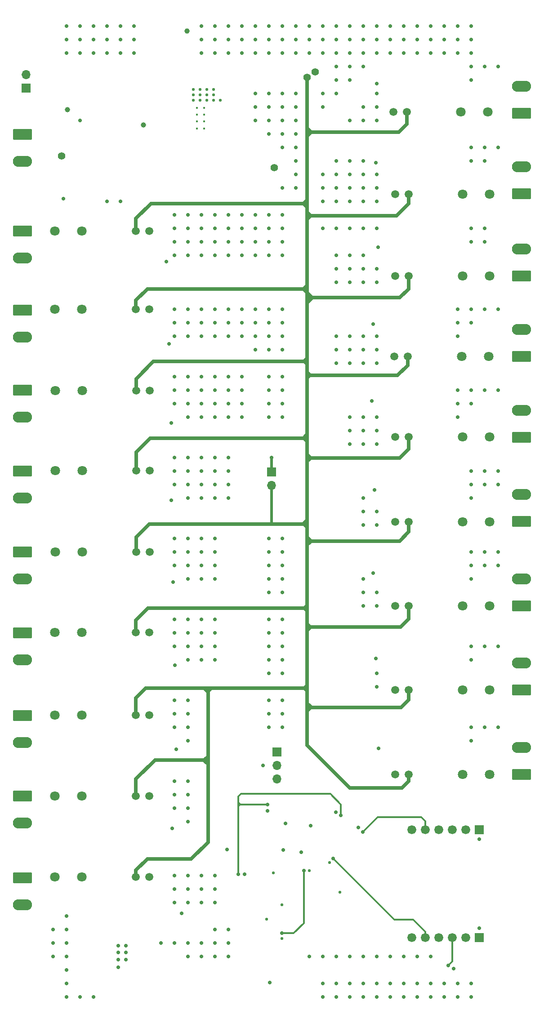
<source format=gbl>
G04 #@! TF.GenerationSoftware,KiCad,Pcbnew,(6.0.11)*
G04 #@! TF.CreationDate,2023-09-27T15:25:24-05:00*
G04 #@! TF.ProjectId,MB,4d422e6b-6963-4616-945f-706362585858,rev?*
G04 #@! TF.SameCoordinates,Original*
G04 #@! TF.FileFunction,Copper,L4,Bot*
G04 #@! TF.FilePolarity,Positive*
%FSLAX46Y46*%
G04 Gerber Fmt 4.6, Leading zero omitted, Abs format (unit mm)*
G04 Created by KiCad (PCBNEW (6.0.11)) date 2023-09-27 15:25:24*
%MOMM*%
%LPD*%
G01*
G04 APERTURE LIST*
G04 Aperture macros list*
%AMRoundRect*
0 Rectangle with rounded corners*
0 $1 Rounding radius*
0 $2 $3 $4 $5 $6 $7 $8 $9 X,Y pos of 4 corners*
0 Add a 4 corners polygon primitive as box body*
4,1,4,$2,$3,$4,$5,$6,$7,$8,$9,$2,$3,0*
0 Add four circle primitives for the rounded corners*
1,1,$1+$1,$2,$3*
1,1,$1+$1,$4,$5*
1,1,$1+$1,$6,$7*
1,1,$1+$1,$8,$9*
0 Add four rect primitives between the rounded corners*
20,1,$1+$1,$2,$3,$4,$5,0*
20,1,$1+$1,$4,$5,$6,$7,0*
20,1,$1+$1,$6,$7,$8,$9,0*
20,1,$1+$1,$8,$9,$2,$3,0*%
G04 Aperture macros list end*
G04 #@! TA.AperFunction,ComponentPad*
%ADD10C,1.500000*%
G04 #@! TD*
G04 #@! TA.AperFunction,ComponentPad*
%ADD11C,1.800000*%
G04 #@! TD*
G04 #@! TA.AperFunction,ComponentPad*
%ADD12RoundRect,0.249999X1.550001X-0.790001X1.550001X0.790001X-1.550001X0.790001X-1.550001X-0.790001X0*%
G04 #@! TD*
G04 #@! TA.AperFunction,ComponentPad*
%ADD13O,3.600000X2.080000*%
G04 #@! TD*
G04 #@! TA.AperFunction,ComponentPad*
%ADD14RoundRect,0.249999X-1.550001X0.790001X-1.550001X-0.790001X1.550001X-0.790001X1.550001X0.790001X0*%
G04 #@! TD*
G04 #@! TA.AperFunction,ComponentPad*
%ADD15R,1.680000X1.680000*%
G04 #@! TD*
G04 #@! TA.AperFunction,ComponentPad*
%ADD16C,1.680000*%
G04 #@! TD*
G04 #@! TA.AperFunction,ComponentPad*
%ADD17R,1.700000X1.700000*%
G04 #@! TD*
G04 #@! TA.AperFunction,ComponentPad*
%ADD18O,1.700000X1.700000*%
G04 #@! TD*
G04 #@! TA.AperFunction,ComponentPad*
%ADD19C,0.400000*%
G04 #@! TD*
G04 #@! TA.AperFunction,ViaPad*
%ADD20C,0.700000*%
G04 #@! TD*
G04 #@! TA.AperFunction,ViaPad*
%ADD21C,1.400000*%
G04 #@! TD*
G04 #@! TA.AperFunction,ViaPad*
%ADD22C,0.550000*%
G04 #@! TD*
G04 #@! TA.AperFunction,ViaPad*
%ADD23C,1.000000*%
G04 #@! TD*
G04 #@! TA.AperFunction,Conductor*
%ADD24C,0.500000*%
G04 #@! TD*
G04 #@! TA.AperFunction,Conductor*
%ADD25C,0.700000*%
G04 #@! TD*
G04 #@! TA.AperFunction,Conductor*
%ADD26C,0.300000*%
G04 #@! TD*
G04 APERTURE END LIST*
D10*
X114681000Y-167558800D03*
X112141000Y-167558800D03*
D11*
X101981000Y-167558800D03*
X96901000Y-167558800D03*
D12*
X184759600Y-115570000D03*
D13*
X184759600Y-110490000D03*
D10*
X160939800Y-162615800D03*
X163479800Y-162615800D03*
D11*
X173639800Y-162615800D03*
X178719800Y-162615800D03*
D14*
X90779600Y-183235600D03*
D13*
X90779600Y-188315600D03*
D10*
X160939800Y-85023000D03*
X163479800Y-85023000D03*
D11*
X173639800Y-85023000D03*
X178719800Y-85023000D03*
D14*
X90779600Y-213807000D03*
D13*
X90779600Y-218887000D03*
D12*
X184759600Y-84963000D03*
D13*
X184759600Y-79883000D03*
D12*
X184759600Y-146685000D03*
D13*
X184759600Y-141605000D03*
D10*
X114681000Y-91958200D03*
X112141000Y-91958200D03*
D11*
X101981000Y-91958200D03*
X96901000Y-91958200D03*
D10*
X114681000Y-106680000D03*
X112141000Y-106680000D03*
D11*
X101981000Y-106680000D03*
X96901000Y-106680000D03*
D12*
X184759600Y-162560000D03*
D13*
X184759600Y-157480000D03*
D14*
X90779600Y-152400000D03*
D13*
X90779600Y-157480000D03*
D10*
X160939800Y-100462000D03*
X163479800Y-100462000D03*
D11*
X173639800Y-100462000D03*
X178719800Y-100462000D03*
D10*
X160939800Y-194340400D03*
X163479800Y-194340400D03*
D11*
X173639800Y-194340400D03*
X178719800Y-194340400D03*
D12*
X184759600Y-194310000D03*
D13*
X184759600Y-189230000D03*
D10*
X114706400Y-152410200D03*
X112166400Y-152410200D03*
D11*
X102006400Y-152410200D03*
X96926400Y-152410200D03*
D10*
X160939800Y-130723600D03*
X163479800Y-130723600D03*
D11*
X173639800Y-130723600D03*
X178719800Y-130723600D03*
D12*
X184759600Y-69824400D03*
D13*
X184759600Y-64744400D03*
D10*
X160775200Y-115636000D03*
X163315200Y-115636000D03*
D11*
X173475200Y-115636000D03*
X178555200Y-115636000D03*
D12*
X184759600Y-100482400D03*
D13*
X184759600Y-95402400D03*
D15*
X176835000Y-204770000D03*
D16*
X174295000Y-204770000D03*
X171755000Y-204770000D03*
X169215000Y-204770000D03*
X166675000Y-204770000D03*
X164135000Y-204770000D03*
D15*
X176835000Y-225090000D03*
D16*
X174295000Y-225090000D03*
X171755000Y-225090000D03*
X169215000Y-225090000D03*
X166675000Y-225090000D03*
X164135000Y-225090000D03*
D10*
X160939800Y-178424800D03*
X163479800Y-178424800D03*
D11*
X173639800Y-178424800D03*
X178719800Y-178424800D03*
D14*
X90779600Y-137160000D03*
D13*
X90779600Y-142240000D03*
D10*
X114681000Y-183195000D03*
X112141000Y-183195000D03*
D11*
X101981000Y-183195000D03*
X96901000Y-183195000D03*
D10*
X114681000Y-213675000D03*
X112141000Y-213675000D03*
D11*
X101981000Y-213675000D03*
X96901000Y-213675000D03*
D17*
X138683600Y-190083200D03*
D18*
X138683600Y-192623200D03*
X138683600Y-195163200D03*
D10*
X114681000Y-198435000D03*
X112141000Y-198435000D03*
D11*
X101981000Y-198435000D03*
X96901000Y-198435000D03*
D10*
X160655000Y-69535000D03*
X163195000Y-69535000D03*
D11*
X173355000Y-69535000D03*
X178435000Y-69535000D03*
D19*
X123645400Y-70038200D03*
X123645400Y-72638200D03*
X123645400Y-68738200D03*
X124945400Y-70038200D03*
X124945400Y-72638200D03*
X124945400Y-68738200D03*
X123645400Y-71338200D03*
X124945400Y-71338200D03*
D17*
X137693400Y-137383600D03*
D18*
X137693400Y-139923600D03*
D14*
X90779600Y-91948000D03*
D13*
X90779600Y-97028000D03*
D14*
X90779600Y-106837400D03*
D13*
X90779600Y-111917400D03*
D14*
X90779600Y-121920000D03*
D13*
X90779600Y-127000000D03*
D14*
X90779600Y-198424800D03*
D13*
X90779600Y-203504800D03*
D14*
X90779600Y-167640000D03*
D13*
X90779600Y-172720000D03*
D10*
X114706400Y-122016600D03*
X112166400Y-122016600D03*
D11*
X102006400Y-122016600D03*
X96926400Y-122016600D03*
D10*
X160939800Y-146740800D03*
X163479800Y-146740800D03*
D11*
X173639800Y-146740800D03*
X178719800Y-146740800D03*
D14*
X90779600Y-73761600D03*
D13*
X90779600Y-78841600D03*
D12*
X184759600Y-130810000D03*
D13*
X184759600Y-125730000D03*
D17*
X91479600Y-65054400D03*
D18*
X91479600Y-62514400D03*
D12*
X184759600Y-178435000D03*
D13*
X184759600Y-173355000D03*
D10*
X114706400Y-137078800D03*
X112166400Y-137078800D03*
D11*
X102006400Y-137078800D03*
X96926400Y-137078800D03*
D20*
X110210600Y-229184200D03*
X110210600Y-227838000D03*
X175260000Y-236220000D03*
X175260000Y-233680000D03*
X172720000Y-233680000D03*
X172720000Y-236220000D03*
X170180000Y-236220000D03*
X170180000Y-233680000D03*
X167640000Y-233680000D03*
X167640000Y-236220000D03*
X165100000Y-236220000D03*
X165100000Y-233680000D03*
X162560000Y-233680000D03*
X160020000Y-236220000D03*
X160020000Y-233680000D03*
X162560000Y-236220000D03*
X157480000Y-236220000D03*
X157480000Y-233680000D03*
X154940000Y-233680000D03*
X154940000Y-236220000D03*
X152400000Y-236220000D03*
X149860000Y-236220000D03*
X147320000Y-236220000D03*
X149860000Y-233680000D03*
X152400000Y-233680000D03*
X147320000Y-233680000D03*
X167640000Y-228600000D03*
X165100000Y-228600000D03*
X162560000Y-228600000D03*
X160020000Y-228600000D03*
X157480000Y-228600000D03*
X154940000Y-228600000D03*
X152400000Y-228600000D03*
X149860000Y-228600000D03*
X147320000Y-228600000D03*
X144780000Y-228600000D03*
X96520000Y-228600000D03*
X96520000Y-226060000D03*
X99060000Y-220980000D03*
X104140000Y-236220000D03*
X101600000Y-236220000D03*
X99060000Y-236220000D03*
X99060000Y-233680000D03*
X99060000Y-231140000D03*
X99060000Y-228600000D03*
X99060000Y-226060000D03*
X99060000Y-223520000D03*
X96520000Y-223520000D03*
X129540000Y-223520000D03*
X127000000Y-223520000D03*
X121920000Y-228600000D03*
X124460000Y-228600000D03*
X127000000Y-228600000D03*
X129540000Y-228600000D03*
X129540000Y-226060000D03*
X127000000Y-226060000D03*
X124460000Y-226060000D03*
X121920000Y-226060000D03*
X119380000Y-226060000D03*
X116840000Y-226060000D03*
X119380000Y-218440000D03*
X127000000Y-218440000D03*
X124460000Y-218440000D03*
X121920000Y-218440000D03*
X119380000Y-215900000D03*
X121920000Y-215900000D03*
X124460000Y-215900000D03*
X127000000Y-215900000D03*
X127000000Y-213360000D03*
X124460000Y-213360000D03*
X121920000Y-213360000D03*
X119380000Y-213360000D03*
X121920000Y-203200000D03*
X121920000Y-200660000D03*
X119380000Y-200660000D03*
X119380000Y-198120000D03*
X121920000Y-198120000D03*
X119380000Y-195580000D03*
X121920000Y-195580000D03*
X119380000Y-182880000D03*
X119380000Y-185420000D03*
X121920000Y-187960000D03*
X121920000Y-185420000D03*
X121920000Y-182880000D03*
X121920000Y-180340000D03*
X119380000Y-180340000D03*
X119380000Y-170180000D03*
X119380000Y-167640000D03*
X121920000Y-172720000D03*
X121920000Y-170180000D03*
X121920000Y-167640000D03*
X124460000Y-167640000D03*
X124460000Y-170180000D03*
X124460000Y-172720000D03*
X127000000Y-172720000D03*
X127000000Y-170180000D03*
X127000000Y-167640000D03*
X127000000Y-165100000D03*
X124460000Y-165100000D03*
X121920000Y-165100000D03*
X119380000Y-165100000D03*
X139700000Y-180340000D03*
X139700000Y-182880000D03*
X139700000Y-185420000D03*
X137160000Y-185420000D03*
X137160000Y-182880000D03*
X137160000Y-180340000D03*
X139700000Y-175260000D03*
X139700000Y-172720000D03*
X139700000Y-170180000D03*
X139700000Y-165100000D03*
X139700000Y-167640000D03*
X137160000Y-167640000D03*
X137160000Y-175260000D03*
X137160000Y-172720000D03*
X137160000Y-170180000D03*
X137160000Y-165100000D03*
X139700000Y-160020000D03*
X139700000Y-157480000D03*
X139700000Y-154940000D03*
X139700000Y-152400000D03*
X139700000Y-149860000D03*
X137160000Y-160020000D03*
X137160000Y-157480000D03*
X137160000Y-154940000D03*
X137160000Y-152400000D03*
X137160000Y-149860000D03*
X119380000Y-154940000D03*
X119380000Y-152400000D03*
X121920000Y-157480000D03*
X121920000Y-154940000D03*
X121920000Y-152400000D03*
X124460000Y-152400000D03*
X124460000Y-154940000D03*
X124460000Y-157480000D03*
X127000000Y-157480000D03*
X127000000Y-154940000D03*
X127000000Y-152400000D03*
X127000000Y-149860000D03*
X124460000Y-149860000D03*
X121920000Y-149860000D03*
X119380000Y-149860000D03*
X121920000Y-142240000D03*
X124460000Y-142240000D03*
X129540000Y-142240000D03*
X127000000Y-142240000D03*
X127000000Y-139700000D03*
X129540000Y-139700000D03*
X129540000Y-137160000D03*
X127000000Y-137160000D03*
X124460000Y-137160000D03*
X124460000Y-139700000D03*
X119380000Y-139700000D03*
X121920000Y-139700000D03*
X121920000Y-137160000D03*
X119380000Y-137160000D03*
X119380000Y-134620000D03*
X121920000Y-134620000D03*
X124460000Y-134620000D03*
X127000000Y-134620000D03*
X129540000Y-134620000D03*
X121920000Y-127000000D03*
X124460000Y-127000000D03*
X124460000Y-124460000D03*
X124460000Y-121920000D03*
X121920000Y-121920000D03*
X121920000Y-124460000D03*
X119380000Y-124460000D03*
X119380000Y-121920000D03*
X119380000Y-119380000D03*
X121920000Y-119380000D03*
X124460000Y-119380000D03*
X127000000Y-119380000D03*
X127000000Y-121920000D03*
X127000000Y-124460000D03*
X127000000Y-127000000D03*
X129540000Y-127000000D03*
X129540000Y-124460000D03*
X129540000Y-121920000D03*
X129540000Y-119380000D03*
X132080000Y-119380000D03*
X132080000Y-121920000D03*
X132080000Y-124460000D03*
X132080000Y-127000000D03*
X139700000Y-119380000D03*
X139700000Y-121920000D03*
X139700000Y-124460000D03*
X139700000Y-127000000D03*
X137160000Y-127000000D03*
X137160000Y-124460000D03*
X137160000Y-121920000D03*
X137160000Y-119380000D03*
X157480000Y-175260000D03*
X157480000Y-177800000D03*
X180340000Y-185420000D03*
X177800000Y-185420000D03*
X175260000Y-187960000D03*
X175260000Y-185420000D03*
X175260000Y-172720000D03*
X177800000Y-170180000D03*
X180340000Y-170180000D03*
X175260000Y-170180000D03*
X154940000Y-157480000D03*
X157480000Y-160020000D03*
X157480000Y-162560000D03*
X154940000Y-162560000D03*
X154940000Y-160020000D03*
X175260000Y-157480000D03*
X177800000Y-154940000D03*
X180340000Y-152400000D03*
X180340000Y-154940000D03*
X177800000Y-152400000D03*
X175260000Y-152400000D03*
X175260000Y-154940000D03*
X154940000Y-142240000D03*
X157480000Y-144780000D03*
X157480000Y-147320000D03*
X154940000Y-147320000D03*
X154940000Y-144780000D03*
X157480000Y-132080000D03*
X157480000Y-129540000D03*
X157480000Y-127000000D03*
X154940000Y-127000000D03*
X154940000Y-129540000D03*
X154940000Y-132080000D03*
X152400000Y-132080000D03*
X152400000Y-129540000D03*
X152400000Y-127000000D03*
X154940000Y-114300000D03*
X154940000Y-116840000D03*
X157480000Y-116840000D03*
X157480000Y-114300000D03*
X157480000Y-111760000D03*
X154940000Y-111760000D03*
X149860000Y-111760000D03*
X149860000Y-114300000D03*
X149860000Y-116840000D03*
X152400000Y-116840000D03*
X152400000Y-114300000D03*
X152400000Y-111760000D03*
X175260000Y-142240000D03*
X175260000Y-139700000D03*
X177800000Y-139700000D03*
X180340000Y-139700000D03*
X180340000Y-137160000D03*
X177800000Y-137160000D03*
X175260000Y-137160000D03*
X175260000Y-124460000D03*
X180340000Y-121920000D03*
X177800000Y-121920000D03*
X175260000Y-121920000D03*
X172720000Y-121920000D03*
X172720000Y-124460000D03*
X172720000Y-127000000D03*
X172720000Y-111760000D03*
X172720000Y-109220000D03*
X175260000Y-106680000D03*
X175260000Y-109220000D03*
X180340000Y-106680000D03*
X177800000Y-106680000D03*
X172720000Y-106680000D03*
X175260000Y-91440000D03*
X177800000Y-91440000D03*
X177800000Y-93980000D03*
X175260000Y-93980000D03*
X124460000Y-111760000D03*
X121920000Y-111760000D03*
X119380000Y-111760000D03*
X119380000Y-109220000D03*
X121920000Y-109220000D03*
X124460000Y-109220000D03*
X127000000Y-109220000D03*
X127000000Y-111760000D03*
X129540000Y-111760000D03*
X129540000Y-109220000D03*
X132080000Y-109220000D03*
X132080000Y-111760000D03*
X134620000Y-114300000D03*
X134620000Y-111760000D03*
X134620000Y-109220000D03*
X137160000Y-109220000D03*
X137160000Y-111760000D03*
X137160000Y-114300000D03*
X139700000Y-114300000D03*
X139700000Y-111760000D03*
X139700000Y-109220000D03*
X139700000Y-106680000D03*
X137160000Y-106680000D03*
X134620000Y-106680000D03*
X129540000Y-106680000D03*
X132080000Y-106680000D03*
X124460000Y-106680000D03*
X127000000Y-106680000D03*
X121920000Y-106680000D03*
X119380000Y-106680000D03*
X157480000Y-99060000D03*
X157480000Y-101600000D03*
X154940000Y-101600000D03*
X154940000Y-99060000D03*
X152400000Y-99060000D03*
X152400000Y-101600000D03*
X149860000Y-101600000D03*
X149860000Y-99060000D03*
X149860000Y-96520000D03*
X152400000Y-96520000D03*
X154940000Y-96520000D03*
X157480000Y-91440000D03*
X154940000Y-91440000D03*
X152400000Y-91440000D03*
X149860000Y-91440000D03*
X147320000Y-91440000D03*
X149860000Y-78740000D03*
X152400000Y-78740000D03*
X154940000Y-78740000D03*
X147320000Y-86360000D03*
X147320000Y-83820000D03*
X149860000Y-83820000D03*
X149860000Y-86360000D03*
X152400000Y-86360000D03*
X152400000Y-83820000D03*
X154940000Y-83820000D03*
X154940000Y-86360000D03*
X157480000Y-86360000D03*
X157480000Y-83820000D03*
X157480000Y-81280000D03*
X154940000Y-81280000D03*
X152400000Y-81280000D03*
X149860000Y-81280000D03*
X147320000Y-81280000D03*
X180340000Y-76200000D03*
X177800000Y-78740000D03*
X177800000Y-76200000D03*
X175260000Y-78740000D03*
X175260000Y-76200000D03*
X157480000Y-66040000D03*
X157480000Y-68580000D03*
X157480000Y-71120000D03*
X152400000Y-71120000D03*
X154940000Y-71120000D03*
X154940000Y-68580000D03*
X119380000Y-96520000D03*
X119380000Y-93980000D03*
X119380000Y-91440000D03*
X119380000Y-88900000D03*
X121920000Y-88900000D03*
X121920000Y-91440000D03*
X121920000Y-93980000D03*
X121920000Y-96520000D03*
X124460000Y-96520000D03*
X124460000Y-93980000D03*
X124460000Y-91440000D03*
X124460000Y-88900000D03*
X127000000Y-88900000D03*
X127000000Y-91440000D03*
X127000000Y-93980000D03*
X127000000Y-96520000D03*
X129540000Y-96520000D03*
X129540000Y-93980000D03*
X129540000Y-91440000D03*
X129540000Y-88900000D03*
X132080000Y-88900000D03*
X132080000Y-91440000D03*
X132080000Y-93980000D03*
X132080000Y-96520000D03*
X134620000Y-96520000D03*
X134620000Y-93980000D03*
X134620000Y-91440000D03*
X134620000Y-88900000D03*
X137160000Y-88900000D03*
X137160000Y-91440000D03*
X137160000Y-93980000D03*
X137160000Y-96520000D03*
X139700000Y-96520000D03*
X139700000Y-93980000D03*
X139700000Y-91440000D03*
X139700000Y-88900000D03*
X147320000Y-68580000D03*
X147320000Y-66040000D03*
X106680000Y-86360000D03*
X109220000Y-86360000D03*
X101600000Y-71120000D03*
X142240000Y-76200000D03*
X142240000Y-78740000D03*
X142240000Y-81280000D03*
X142240000Y-83820000D03*
X139700000Y-83820000D03*
X139700000Y-76200000D03*
X142240000Y-73660000D03*
X139700000Y-73660000D03*
X137160000Y-73660000D03*
X137160000Y-71120000D03*
X134620000Y-71120000D03*
X134620000Y-68580000D03*
X137160000Y-68580000D03*
X139700000Y-68580000D03*
X139700000Y-71120000D03*
X142240000Y-71120000D03*
X142240000Y-68580000D03*
X142240000Y-66040000D03*
X137160000Y-66040000D03*
X139700000Y-66040000D03*
X134620000Y-66040000D03*
X180340000Y-60960000D03*
X177800000Y-60960000D03*
X175260000Y-63500000D03*
X175260000Y-60960000D03*
X154940000Y-60960000D03*
X149860000Y-66040000D03*
X149860000Y-63500000D03*
X152400000Y-63500000D03*
X152400000Y-60960000D03*
X149860000Y-60960000D03*
X172720000Y-55880000D03*
X170180000Y-55880000D03*
X167640000Y-55880000D03*
X165100000Y-55880000D03*
X162560000Y-55880000D03*
X160020000Y-55880000D03*
X157480000Y-55880000D03*
X154940000Y-55880000D03*
X152400000Y-55880000D03*
X149860000Y-55880000D03*
X144780000Y-55880000D03*
X147320000Y-55880000D03*
X147320000Y-53340000D03*
X144780000Y-53340000D03*
X149860000Y-53340000D03*
X152400000Y-53340000D03*
X154940000Y-53340000D03*
X157480000Y-53340000D03*
X160020000Y-53340000D03*
X162560000Y-53340000D03*
X165100000Y-53340000D03*
X167640000Y-53340000D03*
X170180000Y-53340000D03*
X172720000Y-53340000D03*
X175260000Y-53340000D03*
X175260000Y-55880000D03*
X175260000Y-58420000D03*
X172720000Y-58420000D03*
X170180000Y-58420000D03*
X167640000Y-58420000D03*
X165100000Y-58420000D03*
X162560000Y-58420000D03*
X160020000Y-58420000D03*
X157480000Y-58420000D03*
X154940000Y-58420000D03*
X152400000Y-58420000D03*
X149860000Y-58420000D03*
X147320000Y-58420000D03*
X144780000Y-58420000D03*
X142240000Y-58420000D03*
X139700000Y-58420000D03*
X137160000Y-58420000D03*
X124460000Y-58420000D03*
X127000000Y-58420000D03*
X129540000Y-58420000D03*
X132080000Y-58420000D03*
X134620000Y-58420000D03*
X134620000Y-55880000D03*
X129540000Y-55880000D03*
X124460000Y-55880000D03*
X127000000Y-55880000D03*
X132080000Y-55880000D03*
X137160000Y-55880000D03*
X139700000Y-55880000D03*
X139700000Y-53340000D03*
X142240000Y-53340000D03*
X142240000Y-55880000D03*
X137160000Y-53340000D03*
X134620000Y-53340000D03*
X132080000Y-53340000D03*
X129540000Y-53340000D03*
X127000000Y-53340000D03*
X124460000Y-53340000D03*
X111760000Y-53340000D03*
X109220000Y-53340000D03*
X106680000Y-53340000D03*
X104140000Y-53340000D03*
X101600000Y-53340000D03*
X99060000Y-53340000D03*
X99060000Y-58420000D03*
X101600000Y-58420000D03*
X104140000Y-58420000D03*
X106680000Y-58420000D03*
X109220000Y-58420000D03*
X111760000Y-58420000D03*
X111760000Y-55880000D03*
X109220000Y-55880000D03*
X106680000Y-55880000D03*
X104140000Y-55880000D03*
X101600000Y-55880000D03*
X99060000Y-55880000D03*
X145008600Y-204012800D03*
D21*
X138201400Y-80035400D03*
D20*
X108839000Y-227838000D03*
D22*
X126746000Y-66294000D03*
D20*
X154025600Y-204343000D03*
D22*
X122936000Y-67310000D03*
D20*
X157835600Y-189433200D03*
D23*
X113575600Y-72034400D03*
D20*
X156591000Y-123977400D03*
X156819600Y-156387800D03*
D22*
X122936000Y-65278000D03*
D20*
X139852400Y-208534000D03*
D22*
X122936000Y-66294000D03*
D20*
X118985800Y-204483200D03*
X137312400Y-233527600D03*
X108839000Y-229209600D03*
X149758400Y-201447400D03*
X157099000Y-140741400D03*
X157353000Y-79070200D03*
X157302200Y-172466000D03*
D22*
X148564600Y-210896200D03*
X144805400Y-212471000D03*
D20*
X118821200Y-128117600D03*
D22*
X139649200Y-218922600D03*
X125476000Y-65278000D03*
D20*
X108839000Y-226568000D03*
X176834800Y-206552800D03*
X176834800Y-223291400D03*
D23*
X121767600Y-54279800D03*
D20*
X119761000Y-189560200D03*
D22*
X128016000Y-67310000D03*
D20*
X132613400Y-213156800D03*
X117881400Y-97713800D03*
X118338600Y-113258600D03*
D22*
X150571200Y-216484200D03*
X126746000Y-67310000D03*
D20*
X137693400Y-134645400D03*
X157530800Y-64185800D03*
D22*
X136753600Y-221589600D03*
D23*
X99212400Y-69088000D03*
D22*
X126746000Y-65278000D03*
D21*
X145923000Y-62026800D03*
D20*
X156845000Y-109474000D03*
D22*
X124206000Y-66294000D03*
D20*
X136067800Y-192608200D03*
X98501200Y-85852000D03*
X157734000Y-94996000D03*
X129260600Y-208457800D03*
X108839000Y-230632000D03*
D22*
X139623800Y-225247200D03*
X138049000Y-212852000D03*
D20*
X118795800Y-142697200D03*
D22*
X124206000Y-67310000D03*
D21*
X98171000Y-77800200D03*
D20*
X143281400Y-208965800D03*
D22*
X124206000Y-65278000D03*
D20*
X136931400Y-201218800D03*
X120751600Y-220497400D03*
X171932600Y-230886000D03*
D22*
X125476000Y-67310000D03*
D20*
X119507000Y-173786800D03*
X110210600Y-226568000D03*
D22*
X125476000Y-66294000D03*
D20*
X119151400Y-158064200D03*
X140309600Y-203581000D03*
D21*
X144373600Y-63042800D03*
D20*
X136931400Y-200050400D03*
X143789400Y-212445600D03*
X139598400Y-224256600D03*
X131445000Y-213131400D03*
X150749000Y-202057000D03*
X170992800Y-230301800D03*
X154863800Y-205155800D03*
X149275800Y-210185000D03*
D24*
X137693400Y-137383600D02*
X137693400Y-134645400D01*
D25*
X145034000Y-181711600D02*
X145034000Y-181584600D01*
X144373600Y-166573200D02*
X144373600Y-167233600D01*
X143764000Y-130987800D02*
X144373600Y-131597400D01*
X143738600Y-147142200D02*
X143738600Y-147040600D01*
X125704600Y-178079400D02*
X125704600Y-178765200D01*
X112141000Y-105003600D02*
X112141000Y-106680000D01*
X144373600Y-116560600D02*
X144373600Y-117043200D01*
X144373600Y-74295000D02*
X144373600Y-85877400D01*
X144373600Y-162534600D02*
X144373600Y-163042600D01*
X145211800Y-104419400D02*
X144373600Y-103581200D01*
X143713200Y-102870000D02*
X144297400Y-102285800D01*
X144373600Y-118592600D02*
X144932400Y-119151400D01*
X112141000Y-212394800D02*
X112141000Y-213675000D01*
X145008600Y-134696200D02*
X144373600Y-135331200D01*
X144373600Y-135331200D02*
X144373600Y-135458200D01*
X144373600Y-119684800D02*
X144373600Y-130276600D01*
X144373600Y-177190400D02*
X144373600Y-178079400D01*
X145008600Y-119151400D02*
X144907000Y-119151400D01*
X144297400Y-102285800D02*
X144373600Y-102285800D01*
X125704600Y-191084200D02*
X125704600Y-191617600D01*
X112141000Y-89611200D02*
X112141000Y-91958200D01*
X144373600Y-181711600D02*
X144373600Y-182626000D01*
X144373600Y-178587400D02*
X144373600Y-180924200D01*
X144373600Y-163372800D02*
X144373600Y-165582600D01*
X124968000Y-178079400D02*
X125653800Y-178765200D01*
X144373600Y-134696200D02*
X144373600Y-135458200D01*
X144373600Y-104521000D02*
X144373600Y-105486200D01*
X125704600Y-192379600D02*
X125704600Y-207111600D01*
X112166400Y-133654800D02*
X112166400Y-137078800D01*
X143764000Y-130987800D02*
X114833400Y-130987800D01*
X144373600Y-73355200D02*
X144373600Y-74295000D01*
X163479800Y-180309200D02*
X163479800Y-178424800D01*
X112141000Y-195199000D02*
X112141000Y-198435000D01*
X112141000Y-165303200D02*
X112141000Y-167558800D01*
X143865600Y-163042600D02*
X144195800Y-163372800D01*
X143687800Y-86791800D02*
X114960400Y-86791800D01*
X144373600Y-89763600D02*
X144373600Y-89941400D01*
X143814800Y-163042600D02*
X114401600Y-163042600D01*
X126339600Y-178079400D02*
X126441200Y-178079400D01*
X145034000Y-89103200D02*
X144373600Y-88442800D01*
X163479800Y-102864600D02*
X163479800Y-100462000D01*
X144373600Y-63042800D02*
X144373600Y-72517000D01*
X125653800Y-178765200D02*
X125704600Y-178765200D01*
X144373600Y-178079400D02*
X143840200Y-178079400D01*
X163479800Y-148660800D02*
X163479800Y-146740800D01*
X124968000Y-178079400D02*
X113995200Y-178079400D01*
X115722400Y-191617600D02*
X112141000Y-195199000D01*
X144373600Y-181711600D02*
X145034000Y-181711600D01*
X125704600Y-191617600D02*
X125704600Y-192379600D01*
X145211800Y-104521000D02*
X145211800Y-104419400D01*
X144373600Y-131597400D02*
X144373600Y-133654800D01*
X163479800Y-86811800D02*
X163479800Y-85105200D01*
X144373600Y-73355200D02*
X145161000Y-73355200D01*
D24*
X137693400Y-139923600D02*
X137693400Y-147091400D01*
D25*
X144373600Y-177546000D02*
X144373600Y-177190400D01*
X144373600Y-178079400D02*
X144373600Y-178587400D01*
X145034000Y-89103200D02*
X144373600Y-89763600D01*
X143687800Y-86791800D02*
X144373600Y-87477600D01*
X144907000Y-119151400D02*
X144373600Y-119684800D01*
X144373600Y-150368000D02*
X145110200Y-150368000D01*
X163315200Y-117253200D02*
X163315200Y-115636000D01*
X144373600Y-119151400D02*
X145008600Y-119151400D01*
X114401600Y-163042600D02*
X112141000Y-165303200D01*
X144957800Y-166573200D02*
X144957800Y-166649400D01*
X113995200Y-178079400D02*
X112141000Y-179933600D01*
X145211800Y-104648000D02*
X144373600Y-105486200D01*
X143840200Y-178079400D02*
X144373600Y-177546000D01*
X143764000Y-130987800D02*
X143764000Y-130886200D01*
X144373600Y-74142600D02*
X144373600Y-74295000D01*
X144373600Y-163042600D02*
X143814800Y-163042600D01*
X144373600Y-182372000D02*
X144373600Y-182626000D01*
X143764000Y-116560600D02*
X143891000Y-116560600D01*
X144221200Y-116103400D02*
X144373600Y-116103400D01*
X144373600Y-150368000D02*
X144373600Y-151003000D01*
X144373600Y-116103400D02*
X144373600Y-116560600D01*
X144373600Y-130276600D02*
X144373600Y-130987800D01*
X144373600Y-151003000D02*
X144373600Y-162534600D01*
X122555000Y-210261200D02*
X114274600Y-210261200D01*
X145008600Y-119151400D02*
X161417000Y-119151400D01*
X161417000Y-119151400D02*
X163315200Y-117253200D01*
X144373600Y-147142200D02*
X143738600Y-147142200D01*
X145034000Y-181711600D02*
X144373600Y-182372000D01*
X144475200Y-151003000D02*
X144373600Y-151003000D01*
X114630200Y-147142200D02*
X112166400Y-149606000D01*
X114274600Y-210261200D02*
X112141000Y-212394800D01*
X145110200Y-150368000D02*
X144475200Y-151003000D01*
X161645600Y-73355200D02*
X163195000Y-71805800D01*
X144373600Y-130987800D02*
X143764000Y-130987800D01*
X143738600Y-147040600D02*
X144373600Y-146405600D01*
X145034000Y-181584600D02*
X144373600Y-180924200D01*
X125704600Y-178765200D02*
X125704600Y-191084200D01*
X143840200Y-178079400D02*
X143865600Y-178079400D01*
X114833400Y-130987800D02*
X112166400Y-133654800D01*
X145110200Y-150368000D02*
X161772600Y-150368000D01*
X144373600Y-102870000D02*
X143713200Y-102870000D01*
X143687800Y-86791800D02*
X144373600Y-86106000D01*
X163195000Y-71805800D02*
X163195000Y-69535000D01*
X144373600Y-72567800D02*
X144373600Y-72517000D01*
X125704600Y-191617600D02*
X125018800Y-191617600D01*
X125018800Y-191617600D02*
X115722400Y-191617600D01*
X145161000Y-73355200D02*
X144373600Y-74142600D01*
X144957800Y-166573200D02*
X161950400Y-166573200D01*
X143764000Y-116560600D02*
X115443000Y-116560600D01*
X125018800Y-191617600D02*
X125018800Y-191693800D01*
X144373600Y-133654800D02*
X144373600Y-134061200D01*
X144373600Y-119151400D02*
X144373600Y-119684800D01*
X161772600Y-150368000D02*
X163479800Y-148660800D01*
X145211800Y-104521000D02*
X161823400Y-104521000D01*
X143713200Y-102870000D02*
X143713200Y-102920800D01*
X143814800Y-163042600D02*
X143865600Y-163042600D01*
X125704600Y-178079400D02*
X124968000Y-178079400D01*
X125653800Y-178765200D02*
X126339600Y-178079400D01*
X144373600Y-147777200D02*
X144373600Y-147802600D01*
X143891000Y-116560600D02*
X144373600Y-117043200D01*
X144373600Y-134061200D02*
X145008600Y-134696200D01*
X144373600Y-102870000D02*
X144373600Y-103581200D01*
X144373600Y-86791800D02*
X144373600Y-87503000D01*
X143764000Y-130886200D02*
X144373600Y-130276600D01*
X144373600Y-86791800D02*
X143687800Y-86791800D01*
X144373600Y-117043200D02*
X144373600Y-118592600D01*
X114960400Y-86791800D02*
X112141000Y-89611200D01*
X114274600Y-102870000D02*
X112141000Y-105003600D01*
X161950400Y-166573200D02*
X163479800Y-165043800D01*
X162077400Y-181711600D02*
X163479800Y-180309200D01*
X145161000Y-73355200D02*
X161645600Y-73355200D01*
X144399000Y-149656800D02*
X144373600Y-149656800D01*
X163479800Y-195625400D02*
X163479800Y-194340400D01*
X143865600Y-163042600D02*
X144373600Y-162534600D01*
X145034000Y-89103200D02*
X161188400Y-89103200D01*
X163479800Y-133065200D02*
X163479800Y-130723600D01*
X144373600Y-149656800D02*
X144373600Y-150368000D01*
X144373600Y-163042600D02*
X144373600Y-163372800D01*
X144957800Y-166573200D02*
X144373600Y-165989000D01*
X144373600Y-72517000D02*
X144373600Y-73355200D01*
X143865600Y-178079400D02*
X144373600Y-178587400D01*
X144373600Y-85877400D02*
X144373600Y-86791800D01*
X144373600Y-165582600D02*
X144373600Y-166573200D01*
X125018800Y-191617600D02*
X125552200Y-191084200D01*
X143840200Y-178079400D02*
X126441200Y-178079400D01*
X144373600Y-135458200D02*
X144373600Y-146405600D01*
X161188400Y-89103200D02*
X163479800Y-86811800D01*
X143738600Y-147142200D02*
X144373600Y-147777200D01*
X144932400Y-119151400D02*
X145008600Y-119151400D01*
X144373600Y-134696200D02*
X145008600Y-134696200D01*
X112166400Y-149606000D02*
X112166400Y-152410200D01*
X125018800Y-191693800D02*
X125704600Y-192379600D01*
X144373600Y-147802600D02*
X144373600Y-149656800D01*
X144373600Y-104521000D02*
X145211800Y-104521000D01*
X144373600Y-147142200D02*
X144373600Y-147802600D01*
X144373600Y-188823600D02*
X152425400Y-196875400D01*
X145008600Y-134696200D02*
X161848800Y-134696200D01*
X144373600Y-167233600D02*
X144373600Y-177190400D01*
X143764000Y-116560600D02*
X144221200Y-116103400D01*
X144373600Y-105486200D02*
X144373600Y-116103400D01*
X144373600Y-165989000D02*
X144373600Y-165582600D01*
X143713200Y-102870000D02*
X114274600Y-102870000D01*
X144195800Y-163372800D02*
X144373600Y-163372800D01*
D24*
X137693400Y-147091400D02*
X137744200Y-147142200D01*
D25*
X145211800Y-104521000D02*
X145211800Y-104648000D01*
X144373600Y-118592600D02*
X144373600Y-119151400D01*
X152425400Y-196875400D02*
X162229800Y-196875400D01*
X145034000Y-181711600D02*
X162077400Y-181711600D01*
X163479800Y-165043800D02*
X163479800Y-162615800D01*
X144373600Y-103581200D02*
X144373600Y-104521000D01*
X137744200Y-147142200D02*
X114630200Y-147142200D01*
X144373600Y-87477600D02*
X144373600Y-87503000D01*
X125552200Y-191084200D02*
X125704600Y-191084200D01*
X144373600Y-88442800D02*
X144373600Y-88366600D01*
X144373600Y-89103200D02*
X144373600Y-89941400D01*
X144373600Y-86106000D02*
X144373600Y-85877400D01*
X112141000Y-179933600D02*
X112141000Y-183195000D01*
X144373600Y-146405600D02*
X144373600Y-147142200D01*
X144373600Y-166573200D02*
X144957800Y-166573200D01*
X144373600Y-180924200D02*
X144373600Y-181711600D01*
X161823400Y-104521000D02*
X163479800Y-102864600D01*
X162229800Y-196875400D02*
X163479800Y-195625400D01*
X125704600Y-207111600D02*
X122555000Y-210261200D01*
X144373600Y-116560600D02*
X143764000Y-116560600D01*
X144373600Y-88366600D02*
X144373600Y-89103200D01*
X126441200Y-178079400D02*
X125704600Y-178079400D01*
X144373600Y-182626000D02*
X144373600Y-188823600D01*
X144373600Y-87503000D02*
X144373600Y-88366600D01*
X112166400Y-119837200D02*
X112166400Y-122016600D01*
X145110200Y-150368000D02*
X144399000Y-149656800D01*
X144373600Y-102285800D02*
X144373600Y-102870000D01*
X143713200Y-102920800D02*
X144373600Y-103581200D01*
X144373600Y-89103200D02*
X145034000Y-89103200D01*
X144373600Y-130987800D02*
X144373600Y-131597400D01*
X143738600Y-147142200D02*
X137744200Y-147142200D01*
X145161000Y-73355200D02*
X144373600Y-72567800D01*
X144373600Y-133654800D02*
X144373600Y-134696200D01*
X115443000Y-116560600D02*
X112166400Y-119837200D01*
X144957800Y-166649400D02*
X144373600Y-167233600D01*
X144373600Y-89941400D02*
X144373600Y-102285800D01*
X161848800Y-134696200D02*
X163479800Y-133065200D01*
D26*
X141859000Y-224256600D02*
X143789400Y-222326200D01*
X131826000Y-200050400D02*
X131470400Y-200050400D01*
X131927600Y-197967600D02*
X148742400Y-197967600D01*
X143789400Y-212445600D02*
X143789400Y-222326200D01*
X131445000Y-213131400D02*
X131445000Y-200380600D01*
X131445000Y-200380600D02*
X131445000Y-200075800D01*
X148742400Y-197967600D02*
X150749000Y-199974200D01*
X131470400Y-200050400D02*
X131445000Y-200075800D01*
X131445000Y-198450200D02*
X131927600Y-197967600D01*
X131445000Y-199618600D02*
X131445000Y-198450200D01*
X131775200Y-200050400D02*
X131826000Y-200050400D01*
X131826000Y-200050400D02*
X131445000Y-199669400D01*
X171755000Y-229539600D02*
X171755000Y-225090000D01*
X131445000Y-199669400D02*
X131445000Y-199618600D01*
X141859000Y-224256600D02*
X139598400Y-224256600D01*
X136931400Y-200050400D02*
X131826000Y-200050400D01*
X150749000Y-199974200D02*
X150749000Y-202057000D01*
X131445000Y-200075800D02*
X131445000Y-199618600D01*
X170992800Y-230301800D02*
X171755000Y-229539600D01*
X131445000Y-200380600D02*
X131775200Y-200050400D01*
X154863800Y-205155800D02*
X157657800Y-202361800D01*
X166675000Y-203174800D02*
X166675000Y-204770000D01*
X157657800Y-202361800D02*
X165862000Y-202361800D01*
X165862000Y-202361800D02*
X166675000Y-203174800D01*
X164388800Y-221716600D02*
X166675000Y-224002800D01*
X160807400Y-221716600D02*
X164388800Y-221716600D01*
X166675000Y-224002800D02*
X166675000Y-225090000D01*
X149275800Y-210185000D02*
X160807400Y-221716600D01*
M02*

</source>
